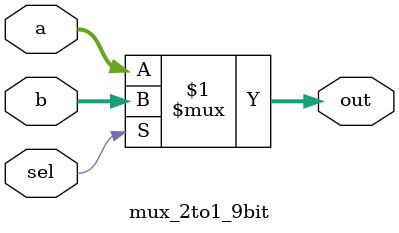
<source format=v>
`timescale 1ns / 1ps


module mux_2to1_9bit (
    input [31:0] a,
    input [31:0] b,
    input sel,
    output [31:0] out
);
    
    assign out = sel ? b : a;
    
endmodule


</source>
